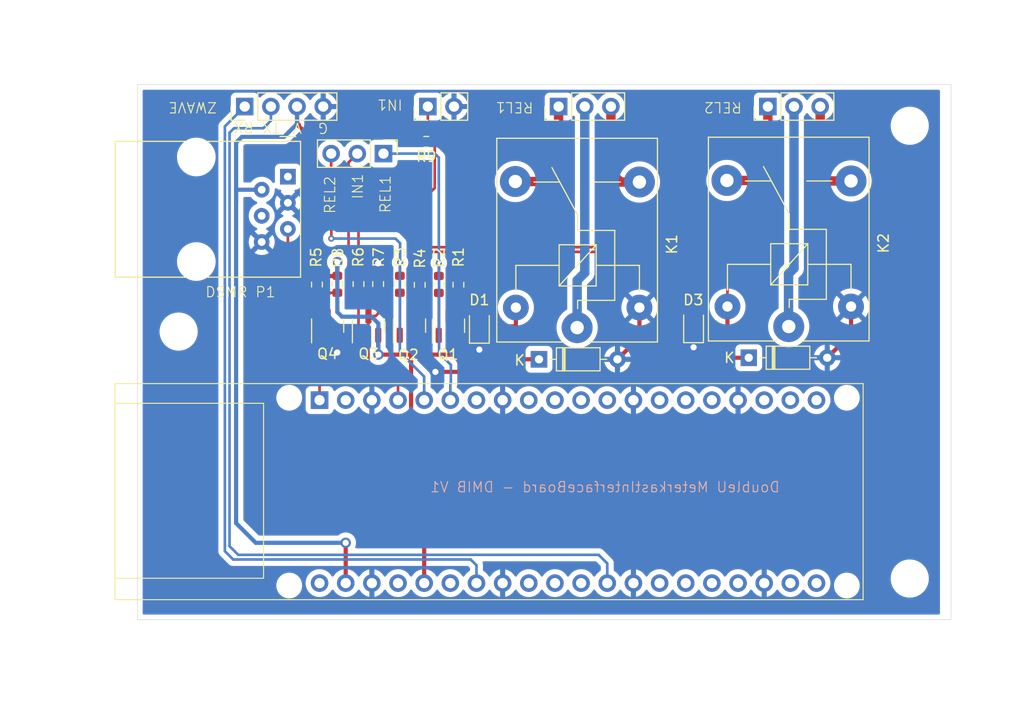
<source format=kicad_pcb>
(kicad_pcb
	(version 20241229)
	(generator "pcbnew")
	(generator_version "9.0")
	(general
		(thickness 1.6)
		(legacy_teardrops no)
	)
	(paper "A4")
	(layers
		(0 "F.Cu" signal)
		(2 "B.Cu" signal)
		(9 "F.Adhes" user "F.Adhesive")
		(11 "B.Adhes" user "B.Adhesive")
		(13 "F.Paste" user)
		(15 "B.Paste" user)
		(5 "F.SilkS" user "F.Silkscreen")
		(7 "B.SilkS" user "B.Silkscreen")
		(1 "F.Mask" user)
		(3 "B.Mask" user)
		(17 "Dwgs.User" user "User.Drawings")
		(19 "Cmts.User" user "User.Comments")
		(21 "Eco1.User" user "User.Eco1")
		(23 "Eco2.User" user "User.Eco2")
		(25 "Edge.Cuts" user)
		(27 "Margin" user)
		(31 "F.CrtYd" user "F.Courtyard")
		(29 "B.CrtYd" user "B.Courtyard")
		(35 "F.Fab" user)
		(33 "B.Fab" user)
		(39 "User.1" user)
		(41 "User.2" user)
		(43 "User.3" user)
		(45 "User.4" user)
	)
	(setup
		(pad_to_mask_clearance 0)
		(allow_soldermask_bridges_in_footprints no)
		(tenting front back)
		(pcbplotparams
			(layerselection 0x00000000_00000000_55555555_5755f5ff)
			(plot_on_all_layers_selection 0x00000000_00000000_00000000_00000000)
			(disableapertmacros no)
			(usegerberextensions no)
			(usegerberattributes yes)
			(usegerberadvancedattributes yes)
			(creategerberjobfile yes)
			(dashed_line_dash_ratio 12.000000)
			(dashed_line_gap_ratio 3.000000)
			(svgprecision 4)
			(plotframeref no)
			(mode 1)
			(useauxorigin no)
			(hpglpennumber 1)
			(hpglpenspeed 20)
			(hpglpendiameter 15.000000)
			(pdf_front_fp_property_popups yes)
			(pdf_back_fp_property_popups yes)
			(pdf_metadata yes)
			(pdf_single_document no)
			(dxfpolygonmode yes)
			(dxfimperialunits yes)
			(dxfusepcbnewfont yes)
			(psnegative no)
			(psa4output no)
			(plot_black_and_white yes)
			(sketchpadsonfab no)
			(plotpadnumbers no)
			(hidednponfab no)
			(sketchdnponfab yes)
			(crossoutdnponfab yes)
			(subtractmaskfromsilk no)
			(outputformat 1)
			(mirror no)
			(drillshape 1)
			(scaleselection 1)
			(outputdirectory "")
		)
	)
	(net 0 "")
	(net 1 "Net-(D1-A)")
	(net 2 "GND")
	(net 3 "Net-(D2-K)")
	(net 4 "Net-(D3-A)")
	(net 5 "Net-(D4-K)")
	(net 6 "Net-(J3-Pin_1)")
	(net 7 "+5V")
	(net 8 "Net-(J1-Pin_2)")
	(net 9 "Net-(J1-Pin_1)")
	(net 10 "Net-(J1-Pin_3)")
	(net 11 "Net-(J2-Pin_1)")
	(net 12 "Net-(J2-Pin_3)")
	(net 13 "Net-(J2-Pin_2)")
	(net 14 "unconnected-(J4-Pad4)")
	(net 15 "Net-(Q4-G)")
	(net 16 "/ZW_RX")
	(net 17 "/ZW_TX")
	(net 18 "Net-(Q1-B)")
	(net 19 "+3V3")
	(net 20 "Net-(Q2-B)")
	(net 21 "/INP1")
	(net 22 "Net-(Q3-B)")
	(net 23 "DSMR_DATA")
	(net 24 "/REL1")
	(net 25 "/REL2")
	(net 26 "unconnected-(U1-GPIO33-Pad20)")
	(net 27 "unconnected-(U1-GPIO19-Pad2)")
	(net 28 "unconnected-(U1-GPIO34-Pad19)")
	(net 29 "unconnected-(U1-GPIO39-Pad12)")
	(net 30 "unconnected-(U1-GPIO41-Pad10)")
	(net 31 "unconnected-(U1-GPIO45-Pad7)")
	(net 32 "unconnected-(U1-GPIO38-Pad14)")
	(net 33 "unconnected-(U1-GPIO36-Pad16)")
	(net 34 "unconnected-(U1-GPIO42-Pad9)")
	(net 35 "unconnected-(U1-GPIO37-Pad15)")
	(net 36 "unconnected-(U1-GPIO35-Pad18)")
	(net 37 "unconnected-(U1-GPIO40-Pad11)")
	(net 38 "unconnected-(U1-GPIO43{slash}TX0-Pad21)")
	(net 39 "unconnected-(J4-Pad1)")
	(net 40 "unconnected-(U1-GPIO44{slash}RX0-Pad22)")
	(net 41 "unconnected-(U1-GPIO3-Pad27)")
	(net 42 "unconnected-(U1-GPIO1-Pad25)")
	(net 43 "unconnected-(U1-GPIO21{slash}RGB-Pad35)")
	(net 44 "unconnected-(U1-VBUS-Pad40)")
	(net 45 "unconnected-(U1-GPIO0-Pad24)")
	(net 46 "unconnected-(U1-3V3_EN-Pad37)")
	(net 47 "unconnected-(U1-CHIP_UP-Pad30)")
	(net 48 "unconnected-(U1-GPIO2-Pad26)")
	(net 49 "unconnected-(U1-GPIO16-Pad32)")
	(net 50 "unconnected-(U1-GPIO18-Pad31)")
	(footprint "LED_SMD:LED_0805_2012Metric" (layer "F.Cu") (at 86.7664 87.3021 90))
	(footprint "Relay_THT:Relay_SPDT_SANYOU_SRD_Series_Form_C" (layer "F.Cu") (at 96.0072 87.421 90))
	(footprint "Connector_PinHeader_2.54mm:PinHeader_1x03_P2.54mm_Vertical" (layer "F.Cu") (at 93.98 66.04 90))
	(footprint "Resistor_SMD:R_0603_1608Metric" (layer "F.Cu") (at 58.2422 83.312 -90))
	(footprint "MountingHole:MountingHole_3.2mm_M3" (layer "F.Cu") (at 36.76 87.9064))
	(footprint "Package_TO_SOT_SMD:SOT-23" (layer "F.Cu") (at 55.1942 87.3252 90))
	(footprint "LED_SMD:LED_0805_2012Metric" (layer "F.Cu") (at 65.9638 87.3506 90))
	(footprint "Resistor_SMD:R_0603_1608Metric" (layer "F.Cu") (at 50.1904 83.3374 -90))
	(footprint "Relay_THT:Relay_SPDT_SANYOU_SRD_Series_Form_C" (layer "F.Cu") (at 75.4586 87.5226 90))
	(footprint "Diode_THT:D_DO-35_SOD27_P7.62mm_Horizontal" (layer "F.Cu") (at 71.755 90.6018))
	(footprint "Package_TO_SOT_SMD:SOT-23" (layer "F.Cu") (at 59.182 87.3252 90))
	(footprint "Resistor_SMD:R_0603_1608Metric" (layer "F.Cu") (at 62.0268 83.32485 -90))
	(footprint "Resistor_SMD:R_0603_1608Metric" (layer "F.Cu") (at 54.229 83.2889 -90))
	(footprint "Connector_PinHeader_2.54mm:PinHeader_1x04_P2.54mm_Vertical" (layer "F.Cu") (at 43.18 66.04 90))
	(footprint "Resistor_SMD:R_0603_1608Metric" (layer "F.Cu") (at 60.8076 69.469 180))
	(footprint "Resistor_SMD:R_0603_1608Metric" (layer "F.Cu") (at 60.1726 83.3628 90))
	(footprint "Resistor_SMD:R_0603_1608Metric" (layer "F.Cu") (at 52.1716 83.312 -90))
	(footprint "Diode_THT:D_DO-35_SOD27_P7.62mm_Horizontal" (layer "F.Cu") (at 92.1258 90.4494))
	(footprint "Connector_PinHeader_2.54mm:PinHeader_1x03_P2.54mm_Vertical" (layer "F.Cu") (at 73.66 66.04 90))
	(footprint "RF_Module:Waveshare_ESP32-S3-ETH-POE" (layer "F.Cu") (at 74.5758 103.4606 90))
	(footprint "Package_TO_SOT_SMD:SOT-23" (layer "F.Cu") (at 51.2318 87.3252 90))
	(footprint "MountingHole:MountingHole_3.2mm_M3" (layer "F.Cu") (at 107.76 67.9064))
	(footprint "Resistor_SMD:R_0603_1608Metric" (layer "F.Cu") (at 63.9318 83.35025 90))
	(footprint "Resistor_SMD:R_0603_1608Metric" (layer "F.Cu") (at 56.134 83.2889 90))
	(footprint "Connector_PinHeader_2.54mm:PinHeader_1x02_P2.54mm_Vertical" (layer "F.Cu") (at 60.96 66.04 90))
	(footprint "Connector_RJ:RJ12_Amphenol_54601" (layer "F.Cu") (at 47.3686 72.8522 -90))
	(footprint "Connector_PinHeader_2.54mm:PinHeader_1x03_P2.54mm_Vertical" (layer "F.Cu") (at 56.6524 70.612 -90))
	(footprint "MountingHole:MountingHole_3.2mm_M3" (layer "F.Cu") (at 107.76 111.9064))
	(footprint "Package_TO_SOT_SMD:SOT-23" (layer "F.Cu") (at 62.9666 87.33805 90))
	(gr_line
		(start 30.5816 63.1698)
		(end 30.5816 126.4158)
		(stroke
			(width 0.1)
			(type solid)
		)
		(layer "Dwgs.User")
		(uuid "0fd8be69-3991-4391-8545-ac94e886a202")
	)
	(gr_rect
		(start 32.766 63.9064)
		(end 111.766 115.9064)
		(stroke
			(width 0.05)
			(type solid)
		)
		(fill no)
		(layer "Edge.Cuts")
		(uuid "12568d7c-54be-4e6c-bce3-7e03c088dd7d")
	)
	(gr_text "V"
		(at 48.7934 67.5386 180)
		(layer "F.SilkS")
		(uuid "233ac5b9-608e-4963-a857-791f2c2dd34c")
		(effects
			(font
				(size 1 1)
				(thickness 0.1)
			)
			(justify left bottom)
		)
	)
	(gr_text "G"
		(at 51.3588 67.5386 180)
		(layer "F.SilkS")
		(uuid "4e760aca-12fe-4e8d-8c41-d329720876ab")
		(effects
			(font
				(size 1 1)
				(thickness 0.1)
			)
			(justify left bottom)
		)
	)
	(gr_text "IN1"
		(at 58.5724 65.278 180)
		(layer "F.SilkS")
		(uuid "62cace0a-f9e4-4b53-afb9-06dc34e8fa20")
		(effects
			(font
				(size 1 1)
				(thickness 0.1)
			)
			(justify left bottom)
		)
	)
	(gr_text "REL2"
		(at 52.0446 76.5302 90)
		(layer "F.SilkS")
		(uuid "653e06ca-ac9a-4d99-ad06-59f9330d23b8")
		(effects
			(font
				(size 1 1)
				(thickness 0.1)
			)
			(justify left bottom)
		)
	)
	(gr_text "REL2\n"
		(at 91.5162 65.532 180)
		(layer "F.SilkS")
		(uuid "79214ba1-8456-4a94-8c3a-15afb1e6e16f")
		(effects
			(font
				(size 1 1)
				(thickness 0.1)
			)
			(justify left bottom)
		)
	)
	(gr_text "RX"
		(at 44.1198 67.4624 180)
		(layer "F.SilkS")
		(uuid "7e1a4a2f-2941-471a-bf82-ea82720234cd")
		(effects
			(font
				(size 1 1)
				(thickness 0.1)
			)
			(justify left bottom)
		)
	)
	(gr_text "REL1"
		(at 71.2724 65.532 180)
		(layer "F.SilkS")
		(uuid "81cc219f-c0da-430f-a8f6-a95ed142e725")
		(effects
			(font
				(size 1 1)
				(thickness 0.1)
			)
			(justify left bottom)
		)
	)
	(gr_text "ZWAVE"
		(at 40.5384 65.532 180)
		(layer "F.SilkS")
		(uuid "8940283c-4a71-4df1-8cff-f7b5a144fb55")
		(effects
			(font
				(size 1 1)
				(thickness 0.1)
			)
			(justify left bottom)
		)
	)
	(gr_text "REL1"
		(at 57.4294 76.454 90)
		(layer "F.SilkS")
		(uuid "9ea7c63c-4744-495a-88b8-eee5381a5123")
		(effects
			(font
				(size 1 1)
				(thickness 0.1)
			)
			(justify left bottom)
		)
	)
	(gr_text "DSMR P1"
		(at 39.2938 84.6582 0)
		(layer "F.SilkS")
		(uuid "e8aa18b9-5a9e-432a-865e-9afadf0403bc")
		(effects
			(font
				(size 1 1)
				(thickness 0.1)
			)
			(justify left bottom)
		)
	)
	(gr_text "IN1"
		(at 54.737 75.1078 90)
		(layer "F.SilkS")
		(uuid "eb7a539c-ddce-4c6d-9808-3c8ded79e813")
		(effects
			(font
				(size 1 1)
				(thickness 0.1)
			)
			(justify left bottom)
		)
	)
	(gr_text "TX"
		(at 46.6598 67.5132 180)
		(layer "F.SilkS")
		(uuid "f2186b57-13e1-45f0-a72c-fd5795513709")
		(effects
			(font
				(size 1 1)
				(thickness 0.1)
			)
			(justify left bottom)
		)
	)
	(gr_text "DoubleU MeterkastInterfaceBoard - DMIB V1"
		(at 95.1992 103.6066 0)
		(layer "B.SilkS")
		(uuid "a03ad1ba-8849-4a8c-a0b1-921dd3b3fb05")
		(effects
			(font
				(size 1 1)
				(thickness 0.1)
			)
			(justify left bottom mirror)
		)
	)
	(dimension
		(type orthogonal)
		(layer "Dwgs.User")
		(uuid "16e5deb6-452c-4f62-99d3-f4a9485d170a")
		(pts
			(xy 32.766 63.9064) (xy 111.766 63.9064)
		)
		(height -6.223)
		(orientation 0)
		(format
			(prefix "")
			(suffix "")
			(units 3)
			(units_format 0)
			(precision 4)
			(suppress_zeroes yes)
		)
		(style
			(thickness 0.05)
			(arrow_length 1.27)
			(text_position_mode 0)
			(arrow_direction outward)
			(extension_height 0.58642)
			(extension_offset 0.5)
			(keep_text_aligned yes)
		)
		(gr_text "79"
			(at 72.266 56.5334 0)
			(layer "Dwgs.User")
			(uuid "16e5deb6-452c-4f62-99d3-f4a9485d170a")
			(effects
				(font
					(size 1 1)
					(thickness 0.15)
				)
			)
		)
	)
	(dimension
		(type orthogonal)
		(layer "Dwgs.User")
		(uuid "1c782e0b-df22-4203-b2f6-5a403c1829d4")
		(pts
			(xy 107.76 67.9064) (xy 107.76 111.9064)
		)
		(height 7.175)
		(orientation 1)
		(format
			(prefix "")
			(suffix "")
			(units 3)
			(units_format 0)
			(precision 4)
			(suppress_zeroes yes)
		)
		(style
			(thickness 0.05)
			(arrow_length 1.27)
			(text_position_mode 0)
			(arrow_direction outward)
			(extension_height 0.58642)
			(extension_offset 0.5)
			(keep_text_aligned yes)
		)
		(gr_text "44"
			(at 113.785 89.9064 90)
			(layer "Dwgs.User")
			(uuid "1c782e0b-df22-4203-b2f6-5a403c1829d4")
			(effects
				(font
					(size 1 1)
					(thickness 0.15)
				)
			)
		)
	)
	(dimension
		(type orthogonal)
		(layer "Dwgs.User")
		(uuid "469d48f0-87c2-4603-b866-bf7671852ab4")
		(pts
			(xy 111.766 63.9064) (xy 111.766 115.9064)
		)
		(height 6.477)
		(orientation 1)
		(format
			(prefix "")
			(suffix "")
			(units 3)
			(units_format 0)
			(precision 4)
			(suppress_zeroes yes)
		)
		(style
			(thickness 0.05)
			(arrow_length 1.27)
			(text_position_mode 0)
			(arrow_direction outward)
			(extension_height 0.58642)
			(extension_offset 0.5)
			(keep_text_aligned yes)
		)
		(gr_text "52"
			(at 117.093 89.9064 90)
			(layer "Dwgs.User")
			(uuid "469d48f0-87c2-4603-b866-bf7671852ab4")
			(effects
				(font
					(size 1 1)
					(thickness 0.15)
				)
			)
		)
	)
	(dimension
		(type orthogonal)
		(layer "Dwgs.User")
		(uuid "e7cd3e45-f981-43ea-8ce8-d31c1d20eb6f")
		(pts
			(xy 36.76 87.9064) (xy 107.76 67.9064)
		)
		(height -26.8956)
		(orientation 0)
		(format
			(prefix "")
			(suffix "")
			(units 3)
			(units_format 0)
			(precision 4)
			(suppress_zeroes yes)
		)
		(style
			(thickness 0.05)
			(arrow_length 1.27)
			(text_position_mode 0)
			(arrow_direction outward)
			(extension_height 0.58642)
			(extension_offset 0.5)
			(keep_text_aligned yes)
		)
		(gr_text "71"
			(at 72.26 59.8608 0)
			(layer "Dwgs.User")
			(uuid "e7cd3e45-f981-43ea-8ce8-d31c1d20eb6f")
			(effects
				(font
					(size 1 1)
					(thickness 0.15)
				)
			)
		)
	)
	(dimension
		(type orthogonal)
		(layer "Dwgs.User")
		(uuid "f7df9dcc-66ad-4e93-a5ac-23b49392cc74")
		(pts
			(xy 107.76 67.9064) (xy 36.76 87.9064)
		)
		(height -86.1192)
		(orientation 1)
		(format
			(prefix "")
			(suffix "")
			(units 3)
			(units_format 0)
			(precision 4)
			(suppress_zeroes yes)
		)
		(style
			(thickness 0.05)
			(arrow_length 1.27)
			(text_position_mode 0)
			(arrow_direction outward)
			(extension_height 0.58642)
			(extension_offset 0.5)
			(keep_text_aligned yes)
		)
		(gr_text "20"
			(at 20.4908 77.9064 90)
			(layer "Dwgs.User")
			(uuid "f7df9dcc-66ad-4e93-a5ac-23b49392cc74")
			(effects
				(font
					(size 1 1)
					(thickness 0.15)
				)
			)
		)
	)
	(segment
		(start 63.9318 82.52525)
		(end 63.9064 82.49985)
		(width 0.254)
		(layer "F.Cu")
		(net 1)
		(uuid "40853eda-9e09-41d5-9262-95701a797f8e")
	)
	(segment
		(start 65.9892 86.3877)
		(end 65.9892 82.8548)
		(width 0.254)
		(layer "F.Cu")
		(net 1)
		(uuid "4db10023-eec3-4188-88e0-d4ab940cf05f")
	)
	(segment
		(start 65.9892 82.8548)
		(end 65.65965 82.52525)
		(width 0.254)
		(layer "F.Cu")
		(net 1)
		(uuid "5e422da4-7ef0-4485-912e-1f4db66963a6")
	)
	(segment
		(start 65.9638 86.4131)
		(end 65.9892 86.3877)
		(width 0.254)
		(layer "F.Cu")
		(net 1)
		(uuid "a4c95f90-7cce-49ed-9cf4-b773abae918a")
	)
	(segment
		(start 65.65965 82.52525)
		(end 63.9318 82.52525)
		(width 0.254)
		(layer "F.Cu")
		(net 1)
		(uuid "c616ac45-935a-47dc-ae74-2c8b45aa419c")
	)
	(segment
		(start 52.1818 88.2627)
		(end 52.1818 89.9312)
		(width 0.4064)
		(layer "F.Cu")
		(net 2)
		(uuid "0fd0e909-35ba-4b92-8306-09e49e877759")
	)
	(segment
		(start 61.6966 91.821)
		(end 65.3288 91.821)
		(width 0.4064)
		(layer "F.Cu")
		(net 2)
		(uuid "18aae227-7a9a-423c-821e-261de8a6f713")
	)
	(segment
		(start 65.9638 91.186)
		(end 65.9638 89.662)
		(width 0.4064)
		(layer "F.Cu")
		(net 2)
		(uuid "194785cd-f704-442a-a867-4109dd24395b")
	)
	(segment
		(start 65.3288 91.821)
		(end 65.9638 91.186)
		(width 0.4064)
		(layer "F.Cu")
		(net 2)
		(uuid "51bf118f-32d8-41db-acc7-648de6716b4f")
	)
	(segment
		(start 65.9638 88.2881)
		(end 65.9638 89.662)
		(width 0.4064)
		(layer "F.Cu")
		(net 2)
		(uuid "5475f0cf-6423-4ac5-bbac-da552a6e5877")
	)
	(segment
		(start 52.1818 89.9312)
		(end 52.1716 89.9414)
		(width 0.4064)
		(layer "F.Cu")
		(net 2)
		(uuid "59943e8b-0870-409e-934b-8c5a056cf5b4")
	)
	(segment
		(start 56.134 82.4639)
		(end 56.134 81.28)
		(width 0.4064)
		(layer "F.Cu")
		(net 2)
		(uuid "60d3530c-1856-4fcb-84d2-3f9f5953f793")
	)
	(segment
		(start 86.7664 88.2396)
		(end 86.7664 89.4334)
		(width 0.4064)
		(layer "F.Cu")
		(net 2)
		(uuid "97b43f61-ebb5-4d2e-97fd-399b84b94cfc")
	)
	(segment
		(start 102.0572 88.138)
		(end 99.7458 90.4494)
		(width 0.4064)
		(layer "F.Cu")
		(net 2)
		(uuid "bb02c1c3-65a1-47a9-8697-4f4b30877556")
	)
	(segment
		(start 102.0572 85.471)
		(end 102.0572 88.138)
		(width 0.4064)
		(layer "F.Cu")
		(net 2)
		(uuid "c5199129-f445-4bd1-b993-6a5904d58d01")
	)
	(segment
		(start 81.5086 85.5726)
		(end 81.5086 88.4682)
		(width 0.4064)
		(layer "F.Cu")
		(net 2)
		(uuid "cbc3134c-959d-493a-9ac4-fa6174b4ba85")
	)
	(segment
		(start 81.5086 88.4682)
		(end 79.375 90.6018)
		(width 0.4064)
		(layer "F.Cu")
		(net 2)
		(uuid "dce2a51d-35a5-4e8d-8703-6c45113f122d")
	)
	(via
		(at 61.6966 91.821)
		(size 1)
		(drill 0.6)
		(layers "F.Cu" "B.Cu")
		(net 2)
		(uuid "1bf55b72-664f-428e-943e-ff98b50c2fdc")
	)
	(via
		(at 86.7664 89.4334)
		(size 1)
		(drill 0.6)
		(layers "F.Cu" "B.Cu")
		(net 2)
		(uuid "2f7a2158-92b5-468d-af3d-072a9e98a23b")
	)
	(via
		(at 65.9638 89.662)
		(size 1)
		(drill 0.6)
		(layers "F.Cu" "B.Cu")
		(net 2)
		(uuid "84f205c0-c6a3-49b7-97c6-69404092d225")
	)
	(via
		(at 56.134 81.28)
		(size 1)
		(drill 0.6)
		(layers "F.Cu" "B.Cu")
		(net 2)
		(uuid "a7c87825-ea9c-495e-bdd3-01a94c0e44f2")
	)
	(via
		(at 52.1716 89.9414)
		(size 1)
		(drill 0.6)
		(layers "F.Cu" "B.Cu")
		(net 2)
		(uuid "ae4c215f-2396-4a8d-b995-a2949593b54e")
	)
	(segment
		(start 69.5086 87.3252)
		(end 64.6684 87.3252)
		(width 0.254)
		(layer "F.Cu")
		(net 3)
		(uuid "06de4443-bc80-4246-a39f-093288b71cb0")
	)
	(segment
		(start 64.6684 87.3252)
		(end 63.9318 86.5886)
		(width 0.254)
		(layer "F.Cu")
		(net 3)
		(uuid "07cb703b-74d9-4451-ac3f-3a86f17141cb")
	)
	(segment
		(start 69.5086 90.0572)
		(end 69.5086 85.5726)
		(width 0.4064)
		(layer "F.Cu")
		(net 3)
		(uuid "1234aaa4-a131-4915-ac29-96dea179d6e6")
	)
	(segment
		(start 63.92155 86.40055)
		(end 63.9318 86.4108)
		(width 0.254)
		(layer "F.Cu")
		(net 3)
		(uuid "1ee5b33f-5b3b-47b0-8b07-2d7bbaada494")
	)
	(segment
		(start 63.9318 86.4108)
		(end 63.9318 84.17525)
		(width 0.254)
		(layer "F.Cu")
		(net 3)
		(uuid "456bbd4e-47a2-4bcc-ae1b-898ae08afd4b")
	)
	(segment
		(start 62.9666 86.40055)
		(end 63.92155 86.40055)
		(width 0.254)
		(layer "F.Cu")
		(net 3)
		(uuid "474b4e50-92c8-469b-bda8-a1355afe6e59")
	)
	(segment
		(start 63.9318 86.5886)
		(end 63.9318 86.4108)
		(width 0.254)
		(layer "F.Cu")
		(net 3)
		(uuid "62e61f8b-fd46-4c5f-80d7-234816a49a66")
	)
	(segment
		(start 71.755 90.6018)
		(end 70.0532 90.6018)
		(width 0.4064)
		(layer "F.Cu")
		(net 3)
		(uuid "ba777983-c5ce-4cd6-8d8f-a29155bb7114")
	)
	(segment
		(start 70.0532 90.6018)
		(end 69.5086 90.0572)
		(width 0.4064)
		(layer "F.Cu")
		(net 3)
		(uuid "ea4d2e82-97f2-42fb-ac97-7afbf92e53db")
	)
	(segment
		(start 69.5086 85.5726)
		(end 69.5086 87.3252)
		(width 0.254)
		(layer "F.Cu")
		(net 3)
		(uuid "ffdcf071-c0f2-4f11-8da4-489e33bb94c9")
	)
	(segment
		(start 60.1472 81.2038)
		(end 60.1472 80.518)
		(width 0.254)
		(layer "F.Cu")
		(net 4)
		(uuid "95f9226f-4c99-4a0b-9f1b-fac7cf79b58f")
	)
	(segment
		(start 86.7918 84.6328)
		(end 86.7664 84.6582)
		(width 0.254)
		(layer "F.Cu")
		(net 4)
		(uuid "96d8ff4d-f84a-4d02-9274-99790297a135")
	)
	(segment
		(start 86.7664 84.6582)
		(end 86.7664 86.3646)
		(width 0.254)
		(layer "F.Cu")
		(net 4)
		(uuid "bd9d440b-82a5-49c0-890f-2cadcee8b70a")
	)
	(segment
		(start 86.7918 80.645)
		(end 86.7918 84.6328)
		(width 0.254)
		(layer "F.Cu")
		(net 4)
		(uuid "c013346d-ac6a-4328-ad79-d16600c7639d")
	)
	(segment
		(start 60.1472 82.5124)
		(end 60.1726 82.5378)
		(width 0.254)
		(layer "F.Cu")
		(net 4)
		(uuid "c1293ebb-9c6c-4c24-882a-32b3b198747a")
	)
	(segment
		(start 60.1472 80.518)
		(end 60.5028 80.1624)
		(width 0.254)
		(layer "F.Cu")
		(net 4)
		(uuid "c17a4f5c-2c68-4d68-849b-0c202615e8c1")
	)
	(segment
		(start 60.5028 80.1624)
		(end 86.3092 80.1624)
		(width 0.254)
		(layer "F.Cu")
		(net 4)
		(uuid "d69e27aa-5660-4183-b7e4-59d5b6d7d37c")
	)
	(segment
		(start 60.1472 81.2038)
		(end 60.1472 82.5124)
		(width 0.254)
		(layer "F.Cu")
		(net 4)
		(uuid "ed0408e5-090f-4411-9f8b-64c0f7968f78")
	)
	(segment
		(start 86.3092 80.1624)
		(end 86.7918 80.645)
		(width 0.254)
		(layer "F.Cu")
		(net 4)
		(uuid "fd392928-92a3-4cb2-8dd8-9968618e9a1a")
	)
	(segment
		(start 89.461 79.7074)
		(end 59.7894 79.7074)
		(width 0.254)
		(layer "F.Cu")
		(net 5)
		(uuid "012e76a6-e829-4e3c-ac92-0e9f67e866d7")
	)
	(segment
		(start 60.1726 85.2932)
		(end 60.1726 84.1878)
		(width 0.254)
		(layer "F.Cu")
		(net 5)
		(uuid "08439c25-426a-48f4-9aaa-8124a54d76c5")
	)
	(segment
		(start 90.0572 89.8286)
		(end 90.0572 85.471)
		(width 0.4064)
		(layer "F.Cu")
		(net 5)
		(uuid "272cf66a-4f93-49bb-be58-ec299279f8a6")
	)
	(segment
		(start 59.2074 80.2894)
		(end 59.2074 83.2226)
		(width 0.254)
		(layer "F.Cu")
		(net 5)
		(uuid "3c5ac171-b92f-42f8-91c6-51a79992fbd1")
	)
	(segment
		(start 90.678 90.4494)
		(end 90.0572 89.8286)
		(width 0.4064)
		(layer "F.Cu")
		(net 5)
		(uuid "7d0c3f80-1fd0-4745-9923-b27219765163")
	)
	(segment
		(start 59.182 86.3877)
		(end 59.9925 86.3877)
		(width 0.254)
		(layer "F.Cu")
		(net 5)
		(uuid "92b3a18e-c335-4e79-b31f-86d7c487b61d")
	)
	(segment
		(start 90.0572 80.3036)
		(end 89.461 79.7074)
		(width 0.254)
		(layer "F.Cu")
		(net 5)
		(uuid "9b39e05b-22f6-47c7-ba6b-d503b80594cb")
	)
	(segment
		(start 92.1258 90.4494)
		(end 90.678 90.4494)
		(width 0.4064)
		(layer "F.Cu")
		(net 5)
		(uuid "bc8a01f9-bbd0-47a8-9945-ff36660062ae")
	)
	(segment
		(start 59.2074 83.2226)
		(end 60.1726 84.1878)
		(width 0.254)
		(layer "F.Cu")
		(net 5)
		(uuid "c2eafb59-b673-4e3b-968b-7670d3e70fdd")
	)
	(segment
		(start 90.0572 85.471)
		(end 90.0572 80.3036)
		(width 0.254)
		(layer "F.Cu")
		(net 5)
		(uuid "c47b5f67-cb1c-4042-8ae1-3c90b6004ba3")
	)
	(segment
		(start 59.9925 86.3877)
		(end 60.1726 86.2076)
		(width 0.254)
		(layer "F.Cu")
		(net 5)
		(uuid "d6dc1967-98b7-4480-b690-acef81ae8b2f")
	)
	(segment
		(start 59.7894 79.7074)
		(end 59.2074 80.2894)
		(width 0.254)
		(layer "F.Cu")
		(net 5)
		(uuid "e490e22b-4a4b-474f-b623-1be20fb16eba")
	)
	(segment
		(start 60.1726 86.2076)
		(end 60.1726 85.2932)
		(width 0.254)
		(layer "F.Cu")
		(net 5)
		(uuid "fc9a1d0e-510b-4385-8961-a956a26f7560")
	)
	(segment
		(start 61.6326 73.9526)
		(end 61.0362 74.549)
		(width 0.254)
		(layer "F.Cu")
		(net 6)
		(uuid "4f885d52-293f-4d70-a660-39d006746462")
	)
	(segment
		(start 61.6326 69.469)
		(end 61.6326 69.3034)
		(width 0.254)
		(layer "F.Cu")
		(net 6)
		(uuid "5b32e64a-ea93-4a8d-9498-c86c8340a699")
	)
	(segment
		(start 61.6326 69.469)
		(end 61.6326 73.9526)
		(width 0.254)
		(layer "F.Cu")
		(net 6)
		(uuid "5c99bf5d-ba64-46b4-9e6e-4f16cfc0dbcd")
	)
	(segment
		(start 61.0362 74.549)
		(end 55.3212 74.549)
		(width 0.254)
		(layer "F.Cu")
		(net 6)
		(uuid "6fc28bfc-a60e-4ce4-8c95-681cc85036d3")
	)
	(segment
		(start 61.6326 69.3034)
		(end 60.96 68.6308)
		(width 0.254)
		(layer "F.Cu")
		(net 6)
		(uuid "7e0bb3bd-9126-454b-a3fc-0a668c5303c7")
	)
	(segment
		(start 55.3212 74.549)
		(end 54.229 75.6412)
		(width 0.254)
		(layer "F.Cu")
		(net 6)
		(uuid "86372986-3c52-47ca-99ee-fb954be82b02")
	)
	(segment
		(start 60.96 68.6308)
		(end 60.96 66.04)
		(width 0.254)
		(layer "F.Cu")
		(net 6)
		(uuid "93e26ef6-cc82-4944-b4ac-6d63eb4cc844")
	)
	(segment
		(start 54.229 75.6412)
		(end 54.229 82.4639)
		(width 0.254)
		(layer "F.Cu")
		(net 6)
		(uuid "e8b35ab0-6cc7-4389-b0a2-728fe9614955")
	)
	(segment
		(start 48.26 67.6402)
		(end 48.26 66.04)
		(width 0.4064)
		(layer "F.Cu")
		(net 7)
		(uuid "18892dea-8567-4344-a1d0-383c1ac06818")
	)
	(segment
		(start 58.9158 68.4022)
		(end 48.895 68.4022)
		(width 0.4064)
		(layer "F.Cu")
		(net 7)
		(uuid "1d3b811e-2d96-41cb-bd34-ac1e29295467")
	)
	(segment
		(start 59.9826 69.469)
		(end 58.9158 68.4022)
		(width 0.4064)
		(layer "F.Cu")
		(net 7)
		(uuid "3be6de67-68c3-4a5c-960b-ecf295d2e0fb")
	)
	(segment
		(start 48.4378 67.818)
		(end 48.26 67.6402)
		(width 0.4064)
		(layer "F.Cu")
		(net 7)
		(uuid "5a749604-2f91-4dae-a7f1-984968e021e3")
	)
	(segment
		(start 48.4124 67.9196)
		(end 48.4124 67.8434)
		(width 0.4064)
		(layer "F.Cu")
		(net 7)
		(uuid "6ac8febe-e4fa-4b11-a266-cf43305de463")
	)
	(segment
		(start 48.4124 67.8434)
		(end 48.4378 67.818)
		(width 0.4064)
		(layer "F.Cu")
		(net 7)
		(uuid "6da82ec6-fa28-4293-bf2d-4cb87f5d9e67")
	)
	(segment
		(start 48.895 68.4022)
		(end 48.4124 67.9196)
		(width 0.4064)
		(layer "F.Cu")
		(net 7)
		(uuid "7fee6b06-bc38-49f4-a425-9c9a5a8fbf37")
	)
	(segment
		(start 52.9858 108.434)
		(end 52.9844 108.4326)
		(width 0.4064)
		(layer "F.Cu")
		(net 7)
		(uuid "8e0ec7bb-04f2-4a60-97cb-bea1fe9082b8")
	)
	(segment
		(start 52.9858 112.3506)
		(end 52.9858 108.434)
		(width 0.4064)
		(layer "F.Cu")
		(net 7)
		(uuid "8ea952f9-d99e-45bd-a2ed-ea913aef5737")
	)
	(via
		(at 52.9844 108.4326)
		(size 1)
		(drill 0.6)
		(layers "F.Cu" "B.Cu")
		(net 7)
		(uuid "cecbb1cb-2ac9-4c86-bd53-96ff705237f2")
	)
	(segment
		(start 42.3418 69.5452)
		(end 42.9006 68.9864)
		(width 0.4064)
		(layer "B.Cu")
		(net 7)
		(uuid "1968c59e-6776-4daf-a554-052f358b7ab2")
	)
	(segment
		(start 42.3418 74.1222)
		(end 44.8286 74.1222)
		(width 0.4064)
		(layer "B.Cu")
		(net 7)
		(uuid "311f9fb6-b47d-4cda-a135-4d8c42bbaffd")
	)
	(segment
		(start 48.26 67.7164)
		(end 48.26 66.04)
		(width 0.4064)
		(layer "B.Cu")
		(net 7)
		(uuid "59f971d1-bb3f-4dc5-a477-7239a9e1263e")
	)
	(segment
		(start 42.3418 106.5276)
		(end 42.3418 75.311)
		(width 0.4064)
		(layer "B.Cu")
		(net 7)
		(uuid "7f6adac3-73bc-405e-a59c-37e7703c8850")
	)
	(segment
		(start 42.9006 68.9864)
		(end 46.99 68.9864)
		(width 0.4064)
		(layer "B.Cu")
		(net 7)
		(uuid "90207eda-495d-4e43-aecd-b5786be86c91")
	)
	(segment
		(start 44.2468 108.4326)
		(end 42.3418 106.5276)
		(width 0.4064)
		(layer "B.Cu")
		(net 7)
		(uuid "a325cdd7-7bfa-4191-b236-24fc0c9dbc52")
	)
	(segment
		(start 52.9844 108.4326)
		(end 44.2468 108.4326)
		(width 0.4064)
		(layer "B.Cu")
		(net 7)
		(uuid "cf0bac38-c137-46d9-877d-e65e7b230c88")
	)
	(segment
		(start 46.99 68.9864)
		(end 48.26 67.7164)
		(width 0.4064)
		(layer "B.Cu")
		(net 7)
		(uuid "dfa91381-87ad-47d7-8af0-9806baf51b8c")
	)
	(segment
		(start 42.3418 75.311)
		(end 42.3418 69.5452)
		(width 0.4064)
		(layer "B.Cu")
		(net 7)
		(uuid "e5b26035-325b-40f6-ae36-06628e9eac38")
	)
	(segment
		(start 42.3418 75.311)
		(end 42.3418 74.1222)
		(width 0.4064)
		(layer "B.Cu")
		(net 7)
		(uuid "fde1c5a5-c87e-4368-a524-4f78ff3cecb1")
	)
	(segment
		(start 76.2 66.04)
		(end 76.2 82.1944)
		(width 0.9144)
		(layer "B.Cu")
		(net 8)
		(uuid "009b3383-c5fd-477a-aa77-26057ab6248a")
	)
	(segment
		(start 76.2 82.1944)
		(end 75.4586 82.9358)
		(width 0.9144)
		(layer "B.Cu")
		(net 8)
		(uuid "5f657f42-7986-4198-a6fc-4bdcf75f9096")
	)
	(segment
		(start 75.4586 82.9358)
		(end 75.4586 87.5226)
		(width 0.9144)
		(layer "B.Cu")
		(net 8)
		(uuid "9b09d9e3-0366-487c-ba1a-b0c6fe9d2511")
	)
	(segment
		(start 72.4988 73.3226)
		(end 69.4586 73.3226)
		(width 0.9144)
		(layer "F.Cu")
		(net 9)
		(uuid "1444a560-d674-44d3-9e93-41f7a477b40b")
	)
	(segment
		(start 73.66 66.04)
		(end 73.66 72.1614)
		(width 0.9144)
		(layer "F.Cu")
		(net 9)
		(uuid "83763e65-cada-4226-8fde-bb47adf8f871")
	)
	(segment
		(start 73.66 72.1614)
		(end 72.4988 73.3226)
		(width 0.9144)
		(layer "F.Cu")
		(net 9)
		(uuid "9965ff50-418e-41bb-bef7-d124c8fbe182")
	)
	(segment
		(start 78.74 72.4408)
		(end 79.6718 73.3726)
		(width 0.9144)
		(layer "F.Cu")
		(net 10)
		(uuid "0f80486d-5dc0-4a0f-952a-e335781d07f8")
	)
	(segment
		(start 79.6718 73.3726)
		(end 81.5086 73.3726)
		(width 0.9144)
		(layer "F.Cu")
		(net 10)
		(uuid "22698c6d-3d20-4f8e-9a4a-30b6a0c50e5b")
	)
	(segment
		(start 78.74 66.04)
		(end 78.74 72.4408)
		(width 0.9144)
		(layer "F.Cu")
		(net 10)
		(uuid "d7fdb96b-2cf2-4de0-8886-ad8cc419bc4e")
	)
	(segment
		(start 93.98 66.04)
		(end 93.98 72.1614)
		(width 0.9144)
		(layer "F.Cu")
		(net 11)
		(uuid "2e968065-1a76-4dfa-9746-491ef39bd249")
	)
	(segment
		(start 93.98 72.1614)
		(end 92.9204 73.221)
		(width 0.9144)
		(layer "F.Cu")
		(net 11)
		(uuid "b88bc7d7-f3c1-4d1b-90ac-3a0d9bb2036f")
	)
	(segment
		(start 92.9204 73.221)
		(end 90.0072 73.221)
		(width 0.9144)
		(layer "F.Cu")
		(net 11)
		(uuid "ee621062-7b4c-4912-a3bb-c5237a2a8562")
	)
	(segment
		(start 99.06 72.4408)
		(end 99.8902 73.271)
		(width 0.9144)
		(layer "F.Cu")
		(net 12)
		(uuid "2df6adb9-e008-4b57-b045-01b256681e44")
	)
	(segment
		(start 99.06 66.04)
		(end 99.06 72.4408)
		(width 0.9144)
		(layer "F.Cu")
		(net 12)
		(uuid "516efb31-4759-4c2b-bc10-d191ca45d825")
	)
	(segment
		(start 99.8902 73.271)
		(end 102.0572 73.271)
		(width 0.9144)
		(layer "F.Cu")
		(net 12)
		(uuid "549f0612-bb61-4620-aacc-08af7b78f92c")
	)
	(segment
		(start 96.52 66.04)
		(end 96.52 81.7626)
		(width 0.9144)
		(layer "B.Cu")
		(net 13)
		(uuid "09c64c68-bff7-47fe-b533-97416e9e67e2")
	)
	(segment
		(start 96.52 81.7626)
		(end 95.9866 82.296)
		(width 0.9144)
		(layer "B.Cu")
		(net 13)
		(uuid "964288aa-f0d8-43cd-b8bc-f7b6a87c69ab")
	)
	(segment
		(start 95.9866 82.296)
		(end 95.9866 87.4004)
		(width 0.9144)
		(layer "B.Cu")
		(net 13)
		(uuid "991dbc9b-5b4d-4409-bacb-f1c685c4314b")
	)
	(segment
		(start 95.9866 87.4004)
		(end 96.0072 87.421)
		(width 0.9144)
		(layer "B.Cu")
		(net 13)
		(uuid "ccd78d14-bff5-4d91-9a7d-87310faec9be")
	)
	(segment
		(start 50.2818 88.2627)
		(end 50.2818 84.2538)
		(width 0.254)
		(layer "F.Cu")
		(net 15)
		(uuid "3053f0bd-ed87-4e64-8568-44069294b139")
	)
	(segment
		(start 47.3686 77.9322)
		(end 47.3686 83.6144)
		(width 0.254)
		(layer "F.Cu")
		(net 15)
		(uuid "553eb45f-a87f-49e6-ac48-ac535273e42e")
	)
	(segment
		(start 50.2818 84.2538)
		(end 50.1904 84.1624)
		(width 0.254)
		(layer "F.Cu")
		(net 15)
		(uuid "6af671f8-7665-41e2-b0b5-82c1a20becdf")
	)
	(segment
		(start 47.9298 84.1756)
		(end 47.943 84.1624)
		(width 0.254)
		(layer "F.Cu")
		(net 15)
		(uuid "c63719e9-b882-44f3-ad63-9ee0b5bdd3fa")
	)
	(segment
		(start 47.3686 83.6144)
		(end 47.9298 84.1756)
		(width 0.254)
		(layer "F.Cu")
		(net 15)
		(uuid "da96169d-257d-4101-9b01-5d5437009acf")
	)
	(segment
		(start 47.943 84.1624)
		(end 50.1904 84.1624)
		(width 0.254)
		(layer "F.Cu")
		(net 15)
		(uuid "e2586087-5106-4d42-ab92-20bb928c21fd")
	)
	(segment
		(start 65.6858 110.6184)
		(end 65.6858 112.3506)
		(width 0.254)
		(layer "B.Cu")
		(net 16)
		(uuid "12a9a86b-06d6-4682-aa94-edccec52f606")
	)
	(segment
		(start 43.18 66.04)
		(end 41.2496 67.9704)
		(width 0.254)
		(layer "B.Cu")
		(net 16)
		(uuid "3cbded02-f987-4411-b80f-a3f1ecc21f13")
	)
	(segment
		(start 41.2496 67.9704)
		(end 41.2496 109.2454)
		(width 0.254)
		(layer "B.Cu")
		(net 16)
		(uuid "41c5ca12-f98d-4e55-8e25-bcb954c8a739")
	)
	(segment
		(start 65.1234 110.056)
		(end 65.6858 110.6184)
		(width 0.254)
		(layer "B.Cu")
		(net 16)
		(uuid "a8c05e81-8117-4fef-b33e-cb11e92eb3b2")
	)
	(segment
		(start 41.2496 109.2454)
		(end 42.0602 110.056)
		(width 0.254)
		(layer "B.Cu")
		(net 16)
		(uuid "d0897d39-df88-44c4-8d93-3ab70c331fe8")
	)
	(segment
		(start 42.0602 110.056)
		(end 65.1234 110.056)
		(width 0.254)
		(layer "B.Cu")
		(net 16)
		(uuid "e8fd6ced-74b8-4236-bd5b-6310b121b9f4")
	)
	(segment
		(start 44.9834 68.1482)
		(end 42.1386 68.1482)
		(width 0.254)
		(layer "B.Cu")
		(net 17)
		(uuid "00102ec4-ba57-4954-b35f-a65739f5f4ae")
	)
	(segment
		(start 77.5462 109.601)
		(end 78.3858 110.4406)
		(width 0.254)
		(layer "B.Cu")
		(net 17)
		(uuid "0660e06e-92c3-4257-8354-a4102286486b")
	)
	(segment
		(start 42.545 109.601)
		(end 77.5462 109.601)
		(width 0.254)
		(layer "B.Cu")
		(net 17)
		(uuid "3b0847a4-dbdc-404d-8662-46c9ae6e0a62")
	)
	(segment
		(start 42.1386 68.1482)
		(end 41.7046 68.5822)
		(width 0.254)
		(layer "B.Cu")
		(net 17)
		(uuid "94de76ee-315e-4e2c-81a1-9871ce5ce896")
	)
	(segment
		(start 41.7046 108.7606)
		(end 42.545 109.601)
		(width 0.254)
		(layer "B.Cu")
		(net 17)
		(uuid "a087ab01-14c0-4f5d-8d0e-7645f6e3309e")
	)
	(segment
		(start 45.72 66.04)
		(end 45.72 67.4116)
		(width 0.254)
		(layer "B.Cu")
		(net 17)
		(uuid "aee4b0ac-8cba-45b8-bb9b-b27d4f2bd31a")
	)
	(segment
		(start 78.3858 110.4406)
		(end 78.3858 112.3506)
		(width 0.254)
		(layer "B.Cu")
		(net 17)
		(uuid "c144ae1b-2344-4715-a9aa-efdbfb3324c9")
	)
	(segment
		(start 45.72 67.4116)
		(end 44.9834 68.1482)
		(width 0.254)
		(layer "B.Cu")
		(net 17)
		(uuid "eca7092e-6007-4f7f-924b-a168e6ba2f2a")
	)
	(segment
		(start 41.7046 68.5822)
		(end 41.7046 108.7606)
		(width 0.254)
		(layer "B.Cu")
		(net 17)
		(uuid "f52b0f5a-425f-4631-ae12-7dcb629519fb")
	)
	(segment
		(start 62.0268 84.14985)
		(end 62.0268 88.26535)
		(width 0.254)
		(layer "F.Cu")
		(net 18)
		(uuid "2ee3117c-a9a3-4706-a14d-88762966de22")
	)
	(segment
		(start 62.0268 88.26535)
		(end 62.0166 88.27555)
		(width 0.254)
		(layer "F.Cu")
		(net 18)
		(uuid "427fc3c4-d457-412b-bcd7-dc7832c83057")
	)
	(segment
		(start 56.1442 88.2627)
		(end 56.1442 90.1294)
		(width 0.4064)
		(layer "F.Cu")
		(net 19)
		(uuid "00bea1ca-b7e1-43f0-bc02-8193af29f47e")
	)
	(segment
		(start 63.9166 89.728)
		(end 63.5 90.1446)
		(width 0.4064)
		(layer "F.Cu")
		(net 19)
		(uuid "299cb4b5-7233-4d09-99d7-7d09c86605b0")
	)
	(segment
		(start 59.3344 100.8634)
		(end 59.3344 90.1446)
		(width 0.4064)
		(layer "F.Cu")
		(net 19)
		(uuid "4a69dc84-34db-4d04-b4af-72d59e555fd3")
	)
	(segment
		(start 63.9166 88.2627)
		(end 63.9166 89.728)
		(width 0.4064)
		(layer "F.Cu")
		(net 19)
		(uuid "553f1d12-e6a5-4b59-971d-e525e5f3d2f9")
	)
	(segment
		(start 56.1594 90.1446)
		(end 59.3344 90.1446)
		(width 0.4064)
		(layer "F.Cu")
		(net 19)
		(uuid "56f3c767-ebd6-4223-b1a4-8e34a5ccbc4a")
	)
	(segment
		(start 60.0964 90.1446)
		(end 59.3344 90.1446)
		(width 0.4064)
		(layer "F.Cu")
		(net 19)
		(uuid "76515c9f-7864-49ef-b871-bedd62849965")
	)
	(segment
		(start 60.6058 112.3506)
		(end 60.6058 102.1348)
		(width 0.4064)
		(layer "F.Cu")
		(net 19)
		(uuid "76e47d37-e3ba-4d56-872b-eee425d47a73")
	)
	(segment
		(start 60.1066 88.2627)
		(end 60.1066 90.1344)
		(width 0.4064)
		(layer "F.Cu")
		(net 19)
		(uuid "79733de4-8897-4f0b-b671-f4c28cd5566d")
	)
	(segment
		(start 52.1462 82.5124)
		(end 52.1716 82.487)
		(width 0.4064)
		(layer "F.Cu")
		(net 19)
		(uuid "823122ed-5a01-44fc-b4d0-f7d38fb53209")
	)
	(segment
		(start 56.1442 90.1294)
		(end 56.1594 90.1446)
		(width 0.4064)
		(layer "F.Cu")
		(net 19)
		(uuid "b1fd4f06-eee8-4ece-b96d-69adf6c87b14")
	)
	(segment
		(start 50.1904 82.5124)
		(end 52.1462 82.5124)
		(width 0.4064)
		(layer "F.Cu")
		(net 19)
		(uuid "b402024d-3ac0-469b-8bf7-24bc25fa45d6")
	)
	(segment
		(start 63.5 90.1446)
		(end 60.0964 90.1446)
		(width 0.4064)
		(layer "F.Cu")
		(net 19)
		(uuid "bbd23cc4-ec1d-4373-a45a-8930b7e5ca30")
	)
	(segment
		(start 60.1066 90.1344)
		(end 60.0964 90.1446)
		(width 0.4064)
		(layer "F.Cu")
		(net 19)
		(uuid "cd158675-733e-494d-ba86-364e52d75729")
	)
	(segment
		(start 52.1716 81.153)
		(end 52.1716 82.487)
		(width 0.4064)
		(layer "F.Cu")
		(net 19)
		(uuid "dfdaa69c-3437-4444-9499-68498de3ce6b")
	)
	(segment
		(start 60.6058 102.1348)
		(end 59.3344 100.8634)
		(width 0.4064)
		(layer "F.Cu")
		(net 19)
		(uuid "fe52554b-fcac-43da-b8c4-1989c7eee79f")
	)
	(via
		(at 52.1716 81.153)
		(size 1)
		(drill 0.6)
		(layers "F.Cu" "B.Cu")
		(net 19)
		(uuid "72d65893-24cb-4de2-b4e7-07afce6ad892")
	)
	(via
		(at 56.1594 90.1446)
		(size 1)
		(drill 0.6)
		(layers "F.Cu" "B.Cu")
		(net 19)
		(uuid "fd6eca75-a413-490a-8698-efa37bd71c6c")
	)
	(segment
		(start 52.6288 86.4616)
		(end 52.1716 86.0044)
		(width 0.4064)
		(layer "B.Cu")
		(net 19)
		(uuid "346027c9-29ec-47e5-8644-ea5931715a82")
	)
	(segment
		(start 56.1594 87.122)
		(end 55.499 86.4616)
		(width 0.4064)
		(layer "B.Cu")
		(net 19)
		(uuid "4bc7d04d-5be8-46b4-ae4c-4acfb09c08b5")
	)
	(segment
		(start 56.1594 90.1446)
		(end 56.1594 87.122)
		(width 0.4064)
		(layer "B.Cu")
		(net 19)
		(uuid "8569ce07-c1c3-451e-bf36-47c23958a83c")
	)
	(segment
		(start 55.499 86.4616)
		(end 52.6288 86.4616)
		(width 0.4064)
		(layer "B.Cu")
		(net 19)
		(uuid "9c14d655-2e63-46f9-8260-b8c044e01cf6")
	)
	(segment
		(start 52.1716 86.0044)
		(end 52.1716 81.153)
		(width 0.4064)
		(layer "B.Cu")
		(net 19)
		(uuid "ad9a7d2d-8ef2-40bc-8746-ea9dcb1b6e25")
	)
	(segment
		(start 58.2422 88.2525)
		(end 58.232 88.2627)
		(width 0.254)
		(layer "F.Cu")
		(net 20)
		(uuid "4d6f71b1-3d6c-4f55-9cf0-4a8e83689ddb")
	)
	(segment
		(start 58.2422 84.137)
		(end 58.2422 88.2525)
		(width 0.254)
		(layer "F.Cu")
		(net 20)
		(uuid "7e3d3adb-b392-4385-826f-a3a4b9896e8f")
	)
	(segment
		(start 55.9031 86.3877)
		(end 56.134 86.1568)
		(width 0.254)
		(layer "F.Cu")
		(net 21)
		(uuid "15e4ab52-8537-44e8-851d-3ed7933e5a56")
	)
	(segment
		(start 53.2624 71.462)
		(end 53.2624 83.0058)
		(width 0.254)
		(layer "F.Cu")
		(net 21)
		(uuid "1d2009c5-ab7d-4097-81d8-109017996586")
	)
	(segment
		(start 55.1942 90.9066)
		(end 55.8292 91.5416)
		(width 0.254)
		(layer "F.Cu")
		(net 21)
		(uuid "2f4d0b0e-af15-4d03-aa43-1133bc7cf9cb")
	)
	(segment
		(start 54.1124 70.612)
		(end 53.2624 71.462)
		(width 0.254)
		(layer "F.Cu")
		(net 21)
		(uuid "378a0851-eb6c-4ca6-aa01-4ee2e9600fca")
	)
	(segment
		(start 55.1942 86.3877)
		(end 55.9031 86.3877)
		(width 0.254)
		(layer "F.Cu")
		(net 21)
		(uuid "4602c157-9fc4-4af1-8159-78306ccfde13")
	)
	(segment
		(start 53.2624 83.0058)
		(end 53.594 83.3374)
		(width 0.254)
		(layer "F.Cu")
		(net 21)
		(uuid "6e4b6119-511a-489e-8208-9edea0056b51")
	)
	(segment
		(start 55.8292 91.5416)
		(end 57.4294 91.5416)
		(width 0.254)
		(layer "F.Cu")
		(net 21)
		(uuid "6f5c4a83-edd1-41fd-bbc1-8c25ba45e997")
	)
	(segment
		(start 57.4294 91.5416)
		(end 58.0658 92.178)
		(width 0.254)
		(layer "F.Cu")
		(net 21)
		(uuid "73897857-36f6-4308-af05-ecbe29bc2455")
	)
	(segment
		(start 56.0977 84.1139)
		(end 56.134 84.1139)
		(width 0.254)
		(layer "F.Cu")
		(net 21)
		(uuid "8b5f5f4b-70e0-4e75-b09e-1f308dd4bc2c")
	)
	(segment
		(start 53.594 83.3374)
		(end 55.3212 83.3374)
		(width 0.254)
		(layer "F.Cu")
		(net 21)
		(uuid "99aebb8f-d472-4de4-bd7b-daf0549610e6")
	)
	(segment
		(start 56.134 86.1568)
		(end 56.134 84.1139)
		(width 0.254)
		(layer "F.Cu")
		(net 21)
		(uuid "d2e52b38-8f4c-4e2c-8e71-07637ae5c5fa")
	)
	(segment
		(start 55.1942 86.3877)
		(end 55.1942 90.9066)
		(width 0.254)
		(layer "F.Cu")
		(net 21)
		(uuid "db750e1f-f52f-4f17-8bd2-ba24fd3a1522")
	)
	(segment
		(start 58.0658 92.178)
		(end 58.0658 94.5706)
		(width 0.254)
		(layer "F.Cu")
		(net 21)
		(uuid "e9d24fcc-43c1-4004-9725-28091a214b21")
	)
	(segment
		(start 55.3212 83.3374)
		(end 56.0977 84.1139)
		(width 0.254)
		(layer "F.Cu")
		(net 21)
		(uuid "fb328188-05c5-4814-8919-28c3f00c3f5b")
	)
	(segment
		(start 54.229 88.2475)
		(end 54.2442 88.2627)
		(width 0.254)
		(layer "F.Cu")
		(net 22)
		(uuid "5d4eccde-4e12-49cc-be6a-d698ba42eaa3")
	)
	(segment
		(start 54.229 84.1139)
		(end 54.229 88.2475)
		(width 0.254)
		(layer "F.Cu")
		(net 22)
		(uuid "d718c7ab-13c0-409e-b1d1-15b3050c71e6")
	)
	(segment
		(start 51.2318 84.4042)
		(end 51.2318 86.3877)
		(width 0.254)
		(layer "F.Cu")
		(net 23)
		(uuid "14401be7-1d27-4a66-87fa-7d821d0c060c")
	)
	(segment
		(start 50.4458 94.5706)
		(end 50.4458 93.242)
		(width 0.254)
		(layer "F.Cu")
		(net 23)
		(uuid "8c31d8be-3470-4319-8688-9ad5f52a466d")
	)
	(segment
		(start 52.1716 84.137)
		(end 51.499 84.137)
		(width 0.254)
		(layer "F.Cu")
		(net 23)
		(uuid "9f1fb0f4-3334-4636-aee9-8f5df7747903")
	)
	(segment
		(start 50.4458 93.242)
		(end 51.2318 92.456)
		(width 0.254)
		(layer "F.Cu")
		(net 23)
		(uuid "bf4c9b62-37ec-44b0-abda-ada85739fb18")
	)
	(segment
		(start 51.2318 92.456)
		(end 51.2318 86.3877)
		(width 0.254)
		(layer "F.Cu")
		(net 23)
		(uuid "e7e88b1c-fc68-4c30-a1c9-b7e4318c739d")
	)
	(segment
		(start 51.499 84.137)
		(end 51.2318 84.4042)
		(width 0.254)
		(layer "F.Cu")
		(net 23)
		(uuid "f4c3d85b-73ed-4749-900b-164ca08c677f")
	)
	(segment
		(start 62.0268 82.49985)
		(end 62.0268 81.24205)
		(width 0.254)
		(layer "F.Cu")
		(net 24)
		(uuid "35ff9e4a-3f65-47e4-abff-3ed7686ab36c")
	)
	(via
		(at 62.0268 81.24205)
		(size 0.6)
		(drill 0.3)
		(layers "F.Cu" "B.Cu")
		(net 24)
		(uuid "8a10d2b6-92be-4760-bc12-0955c944f13a")
	)
	(segment
		(start 62.0522 81.2038)
		(end 62.0522 89.9922)
		(width 0.254)
		(layer "B.Cu")
		(net 24)
		(uuid "048deee2-3f0e-4d37-8aa9-151fbf14838d")
	)
	(segment
		(start 63.1458 93.0134)
		(end 63.1458 94.5706)
		(width 0.254)
		(layer "B.Cu")
		(net 24)
		(uuid "04f7ed44-82e0-4479-821c-6889b66251a4")
	)
	(segment
		(start 56.6524 70.612)
		(end 61.6458 70.612)
		(width 0.254)
		(layer "B.Cu")
		(net 24)
		(uuid "475b4113-8f8e-4b0b-b42d-92f08dc9ffc6")
	)
	(segment
		(start 63.1952 92.964)
		(end 63.1458 93.0134)
		(width 0.254)
		(layer "B.Cu")
		(net 24)
		(uuid "5d5666a6-3894-4dc0-81d7-0eebdb4ef262")
	)
	(segment
		(start 61.6458 70.612)
		(end 62.0268 70.993)
		(width 0.254)
		(layer "B.Cu")
		(net 24)
		(uuid "5fee7ef4-d3bc-4a29-9947-25b9e5bbaf1c")
	)
	(segment
		(start 63.1952 91.1352)
		(end 62.0522 89.9922)
		(width 0.254)
		(layer "B.Cu")
		(net 24)
		(uuid "6f296966-68f9-4632-b99f-1f29e2ed558f")
	)
	(segment
		(start 63.1952 91.1352)
		(end 63.1952 92.964)
		(width 0.254)
		(layer "B.Cu")
		(net 24)
		(uuid "b7edbf0b-d00a-46c4-abd0-ce8575b1712d")
	)
	(segment
		(start 62.0268 70.993)
		(end 62.0268 81.24205)
		(width 0.254)
		(layer "B.Cu")
		(net 24)
		(uuid "d689feec-98b0-4b2d-9f88-6b7da1e00aef")
	)
	(segment
		(start 51.5874 77.3984)
		(end 51.5724 77.3834)
		(width 0.254)
		(layer "F.Cu")
		(net 25)
		(uuid "440c528d-ae21-42b1-bb43-24c2e8d5b0b8")
	)
	(segment
		(start 58.2422 81.2292)
		(end 58.2676 81.2038)
		(width 0.254)
		(layer "F.Cu")
		(net 25)
		(uuid "76c212f0-b429-47e9-aba1-5417e827fb78")
	)
	(segment
		(start 51.5874 78.867)
		(end 51.5874 77.3984)
		(width 0.254)
		(layer "F.Cu")
		(net 25)
		(uuid "85a50105-7f32-48df-a4b5-ce7279fc0a6f")
	)
	(segment
		(start 58.2422 82.487)
		(end 58.2422 81.2292)
		(width 0.254)
		(layer "F.Cu")
		(net 25)
		(uuid "92b20180-7b69-46c8-98fa-7df032a94e92")
	)
	(segment
		(start 51.5724 77.3834)
		(end 51.5724 70.612)
		(width 0.254)
		(layer "F.Cu")
		(net 25)
		(uuid "eedf0148-23c4-4320-a7fd-40a585e94f27")
	)
	(via
		(at 58.2676 81.2038)
		(size 0.6)
		(drill 0.3)
		(layers "F.Cu" "B.Cu")
		(net 25)
		(uuid "7c4128cd-071f-4255-92cf-ecac71ce6522")
	)
	(via
		(at 51.5874 78.867)
		(size 0.6)
		(drill 0.3)
		(layers "F.Cu" "B.Cu")
		(net 25)
		(uuid "b39ba654-3b89-43ed-a65e-e4887a222621")
	)
	(segment
		(start 51.5874 78.867)
		(end 57.8104 78.867)
		(width 0.254)
		(layer "B.Cu")
		(net 25)
		(uuid "0239acc7-82d2-4185-92f4-f617ee9b03ad")
	)
	(segment
		(start 58.2422 89.916)
		(end 60.6058 92.2796)
		(width 0.254)
		(layer "B.Cu")
		(net 25)
		(uuid "2ebd6165-fa56-4b68-bd20-da6d98222eb2")
	)
	(segment
		(start 58.2676 79.3242)
		(end 58.2676 81.2038)
		(width 0.254)
		(layer "B.Cu")
		(net 25)
		(uuid "86b5f330-fc47-401a-9677-d43e8fa1d32e")
	)
	(segment
		(start 57.8104 78.867)
		(end 58.2676 79.3242)
		(width 0.254)
		(layer "B.Cu")
		(net 25)
		(uuid "8e6c037e-878e-4066-969f-ba6c02e8bf16")
	)
	(segment
		(start 58.2422 81.2546)
		(end 58.2422 89.916)
		(width 0.254)
		(layer "B.Cu")
		(net 25)
		(uuid "a37769ae-9804-4801-8820-4c343ae26b0b")
	)
	(segment
		(start 58.2168 81.2292)
		(end 58.2422 81.2546)
		(width 0.254)
		(layer "B.Cu")
		(net 25)
		(uuid "a39a0c22-3694-47a2-9e7a-b4d1d40cc0b4")
	)
	(segment
		(start 60.6058 92.2796)
		(end 60.6058 94.5706)
		(width 0.254)
		(layer "B.Cu")
		(net 25)
		(uuid "f99f3217-3b67-4005-9dde-dc3bf2fb980f")
	)
	(zone
		(net 2)
		(net_name "GND")
		(layer "B.Cu")
		(uuid "99769377-d8f7-4926-bdd7-b013d8ddd91f")
		(name "GND")
		(hatch edge 0.5)
		(priority 1)
		(connect_pads
			(clearance 0.5)
		)
		(min_thickness 0.25)
		(filled_areas_thickness no)
		(fill yes
			(thermal_gap 0.5)
			(thermal_bridge_width 0.5)
		)
		(polygon
			(pts
				(xy 28.2194 63.5) (xy 110.6932 63.5) (xy 110.6932 116.84) (xy 28.2194 116.84)
			)
		)
		(filled_polygon
			(layer "B.Cu")
			(pts
				(xy 77.301958 110.248185) (xy 77.3226 110.264819) (xy 77.721981 110.6642) (xy 77.755466 110.725523)
				(xy 77.7583 110.751881) (xy 77.7583 111.078638) (xy 77.738615 111.145677) (xy 77.690598 111.189121)
				(xy 77.677982 111.195549) (xy 77.506013 111.32049) (xy 77.35569 111.470813) (xy 77.230749 111.642782)
				(xy 77.226284 111.651546) (xy 77.178309 111.702342) (xy 77.110488 111.719136) (xy 77.044353 111.696598)
				(xy 77.005316 111.651546) (xy 77.00085 111.642782) (xy 76.875909 111.470813) (xy 76.725586 111.32049)
				(xy 76.55362 111.195551) (xy 76.364214 111.099044) (xy 76.364213 111.099043) (xy 76.364212 111.099043)
				(xy 76.162043 111.033354) (xy 76.162041 111.033353) (xy 76.16204 111.033353) (xy 76.000757 111.007808)
				(xy 75.952087 111.0001) (xy 75.739513 111.0001) (xy 75.690842 111.007808) (xy 75.52956 111.033353)
				(xy 75.327385 111.099044) (xy 75.137979 111.195551) (xy 74.966013 111.32049) (xy 74.81569 111.470813)
				(xy 74.690749 111.642782) (xy 74.686284 111.651546) (xy 74.638309 111.702342) (xy 74.570488 111.719136)
				(xy 74.504353 111.696598) (xy 74.465316 111.651546) (xy 74.46085 111.642782) (xy 74.335909 111.470813)
				(xy 74.185586 111.32049) (xy 74.01362 111.195551) (xy 73.824214 111.099044) (xy 73.824213 111.099043)
				(xy 73.824212 111.099043) (xy 73.622043 111.033354) (xy 73.622041 111.033353) (xy 73.62204 111.033353)
				(xy 73.460757 111.007808) (xy 73.412087 111.0001) (xy 73.199513 111.0001) (xy 73.150842 111.007808)
				(xy 72.98956 111.033353) (xy 72.787385 111.099044) (xy 72.597979 111.195551) (xy 72.426013 111.32049)
				(xy 72.27569 111.470813) (xy 72.150749 111.642782) (xy 72.146284 111.651546) (xy 72.098309 111.702342)
				(xy 72.030488 111.719136) (xy 71.964353 111.696598) (xy 71.925316 111.651546) (xy 71.92085 111.642782)
				(xy 71.795909 111.470813) (xy 71.645586 111.32049) (xy 71.47362 111.195551) (xy 71.284214 111.099044)
				(xy 71.284213 111.099043) (xy 71.284212 111.099043) (xy 71.082043 111.033354) (xy 71.082041 111.033353)
				(xy 71.08204 111.033353) (xy 70.920757 111.007808) (xy 70.872087 111.0001) (xy 70.659513 111.0001)
				(xy 70.610842 111.007808) (xy 70.44956 111.033353) (xy 70.247385 111.099044) (xy 70.057979 111.195551)
				(xy 69.886013 111.32049) (xy 69.73569 111.470813) (xy 69.610749 111.642782) (xy 69.606002 111.652099)
				(xy 69.558027 111.702893) (xy 69.490205 111.719687) (xy 69.424071 111.697148) (xy 69.385034 111.652095)
				(xy 69.380422 111.643044) (xy 69.255527 111.47114) (xy 69.255523 111.471135) (xy 69.105264 111.320876)
				(xy 69.105259 111.320872) (xy 68.933357 111.195979) (xy 68.744015 111.099503) (xy 68.541924 111.033841)
				(xy 68.4758 111.023368) (xy 68.4758 111.917588) (xy 68.418793 111.884675) (xy 68.291626 111.8506)
				(xy 68.159974 111.8506) (xy 68.032807 111.884675) (xy 67.9758 111.917588) (xy 67.9758 111.023368)
				(xy 67.975799 111.023368) (xy 67.909675 111.033841) (xy 67.707584 111.099503) (xy 67.518242 111.195979)
				(xy 67.34634 111.320872) (xy 67.346335 111.320876) (xy 67.196076 111.471135) (xy 67.196072 111.47114)
				(xy 67.071178 111.643043) (xy 67.066562 111.652102) (xy 67.018584 111.702895) (xy 66.950763 111.719687)
				(xy 66.884629 111.697146) (xy 66.845594 111.652093) (xy 66.840851 111.642784) (xy 66.840849 111.642781)
				(xy 66.840848 111.642779) (xy 66.715909 111.470813) (xy 66.565586 111.32049) (xy 66.393617 111.195549)
				(xy 66.381002 111.189121) (xy 66.330208 111.141146) (xy 66.3133 111.078638) (xy 66.3133 110.556596)
				(xy 66.310678 110.543414) (xy 66.30252 110.502403) (xy 66.289186 110.435366) (xy 66.271649 110.393029)
				(xy 66.269636 110.38581) (xy 66.270013 110.35807) (xy 66.267048 110.330484) (xy 66.270483 110.32362)
				(xy 66.270588 110.315947) (xy 66.285905 110.292812) (xy 66.298323 110.268005) (xy 66.304922 110.264089)
				(xy 66.30916 110.257689) (xy 66.334553 110.246508) (xy 66.358411 110.232352) (xy 66.370012 110.230894)
				(xy 66.373105 110.229533) (xy 66.37654 110.230074) (xy 66.389078 110.2285) (xy 77.234919 110.2285)
			)
		)
		(filled_polygon
			(layer "B.Cu")
			(pts
				(xy 110.636239 64.426585) (xy 110.681994 64.479389) (xy 110.6932 64.5309) (xy 110.6932 115.2819)
				(xy 110.673515 115.348939) (xy 110.620711 115.394694) (xy 110.5692 115.4059) (xy 33.3905 115.4059)
				(xy 33.323461 115.386215) (xy 33.277706 115.333411) (xy 33.2665 115.2819) (xy 33.2665 112.487177)
				(xy 46.2503 112.487177) (xy 46.2503 112.684022) (xy 46.28109 112.878426) (xy 46.341917 113.065629)
				(xy 46.425699 113.230059) (xy 46.431276 113.241005) (xy 46.546972 113.400246) (xy 46.686154 113.539428)
				(xy 46.845395 113.655124) (xy 46.928255 113.697343) (xy 47.02077 113.744482) (xy 47.020772 113.744482)
				(xy 47.020775 113.744484) (xy 47.121117 113.777087) (xy 47.207973 113.805309) (xy 47.402378 113.8361)
				(xy 47.402383 113.8361) (xy 47.599222 113.8361) (xy 47.793626 113.805309) (xy 47.980825 113.744484)
				(xy 48.156205 113.655124) (xy 48.315446 113.539428) (xy 48.454628 113.400246) (xy 48.570324 113.241005)
				(xy 48.659684 113.065625) (xy 48.720509 112.878426) (xy 48.740739 112.750699) (xy 48.7513 112.684022)
				(xy 48.7513 112.487177) (xy 48.733386 112.374083) (xy 48.720509 112.292774) (xy 48.720508 112.29277)
				(xy 48.720508 112.292769) (xy 48.715631 112.277759) (xy 48.659682 112.10557) (xy 48.570323 111.930194)
				(xy 48.454628 111.770954) (xy 48.315446 111.631772) (xy 48.156205 111.516076) (xy 47.980829 111.426717)
				(xy 47.793626 111.36589) (xy 47.599222 111.3351) (xy 47.599217 111.3351) (xy 47.402383 111.3351)
				(xy 47.402378 111.3351) (xy 47.207973 111.36589) (xy 47.02077 111.426717) (xy 46.845394 111.516076)
				(xy 46.754541 111.582085) (xy 46.686154 111.631772) (xy 46.686152 111.631774) (xy 46.686151 111.631774)
				(xy 46.546974 111.770951) (xy 46.546974 111.770952) (xy 46.546972 111.770954) (xy 46.536686 111.785112)
				(xy 46.431276 111.930194) (xy 46.341917 112.10557) (xy 46.28109 112.292773) (xy 46.2503 112.487177)
				(xy 33.2665 112.487177) (xy 33.2665 87.785111) (xy 34.9095 87.785111) (xy 34.9095 88.027688) (xy 34.941161 88.268185)
				(xy 35.003947 88.502504) (xy 35.017326 88.534803) (xy 35.096776 88.726612) (xy 35.218064 88.936689)
				(xy 35.218066 88.936692) (xy 35.218067 88.936693) (xy 35.365733 89.129136) (xy 35.365739 89.129143)
				(xy 35.537256 89.30066) (xy 35.537263 89.300666) (xy 35.611985 89.358002) (xy 35.729711 89.448336)
				(xy 35.939788 89.569624) (xy 36.1639 89.662454) (xy 36.398211 89.725238) (xy 36.578586 89.748984)
				(xy 36.638711 89.7569) (xy 36.638712 89.7569) (xy 36.881289 89.7569) (xy 36.929388 89.750567) (xy 37.121789 89.725238)
				(xy 37.3561 89.662454) (xy 37.580212 89.569624) (xy 37.790289 89.448336) (xy 37.982738 89.300665)
				(xy 38.154265 89.129138) (xy 38.301936 88.936689) (xy 38.423224 88.726612) (xy 38.516054 88.5025)
				(xy 38.578838 88.268189) (xy 38.6105 88.027688) (xy 38.6105 87.785112) (xy 38.578838 87.544611)
				(xy 38.516054 87.3103) (xy 38.423224 87.086188) (xy 38.301936 86.876111) (xy 38.154265 86.683662)
				(xy 38.15426 86.683656) (xy 37.982743 86.512139) (xy 37.982736 86.512133) (xy 37.790293 86.364467)
				(xy 37.790292 86.364466) (xy 37.790289 86.364464) (xy 37.586645 86.24689) (xy 37.580214 86.243177)
				(xy 37.580205 86.243173) (xy 37.356104 86.150347) (xy 37.121785 86.087561) (xy 36.881289 86.0559)
				(xy 36.881288 86.0559) (xy 36.638712 86.0559) (xy 36.638711 86.0559) (xy 36.398214 86.087561) (xy 36.163895 86.150347)
				(xy 35.939794 86.243173) (xy 35.939785 86.243177) (xy 35.729706 86.364467) (xy 35.537263 86.512133)
				(xy 35.537256 86.512139) (xy 35.365739 86.683656) (xy 35.365733 86.683663) (xy 35.218067 86.876106)
				(xy 35.096777 87.086185) (xy 35.096773 87.086194) (xy 35.003947 87.310295) (xy 34.941161 87.544614)
				(xy 34.9095 87.785111) (xy 33.2665 87.785111) (xy 33.2665 80.979265) (xy 36.6031 80.979265) (xy 36.6031 81.225134)
				(xy 36.626416 81.402227) (xy 36.635191 81.468877) (xy 36.697905 81.702929) (xy 36.698822 81.706352)
				(xy 36.698825 81.706362) (xy 36.764213 81.864221) (xy 36.792906 81.933492) (xy 36.915833 82.146408)
				(xy 36.915835 82.146411) (xy 36.915836 82.146412) (xy 37.065497 82.341454) (xy 37.065503 82.341461)
				(xy 37.239338 82.515296) (xy 37.239344 82.515301) (xy 37.434392 82.664967) (xy 37.647308 82.787894)
				(xy 37.874447 82.881978) (xy 38.111923 82.945609) (xy 38.355673 82.9777) (xy 38.35568 82.9777) (xy 38.60152 82.9777)
				(xy 38.601527 82.9777) (xy 38.845277 82.945609) (xy 39.082753 82.881978) (xy 39.309892 82.787894)
				(xy 39.522808 82.664967) (xy 39.717856 82.515301) (xy 39.891701 82.341456) (xy 40.041367 82.146408)
				(xy 40.164294 81.933492) (xy 40.258378 81.706353) (xy 40.322009 81.468877) (xy 40.3541 81.225127)
				(xy 40.3541 80.979273) (xy 40.322009 80.735523) (xy 40.258378 80.498047) (xy 40.164294 80.270908)
				(xy 40.041367 80.057992) (xy 39.919739 79.899484) (xy 39.891702 79.862945) (xy 39.891696 79.862938)
				(xy 39.717861 79.689103) (xy 39.717854 79.689097) (xy 39.522812 79.539436) (xy 39.522811 79.539435)
				(xy 39.522808 79.539433) (xy 39.309892 79.416506) (xy 39.309885 79.416503) (xy 39.082762 79.322425)
				(xy 39.082755 79.322423) (xy 39.082753 79.322422) (xy 38.845277 79.258791) (xy 38.795427 79.252228)
				(xy 38.6
... [139939 chars truncated]
</source>
